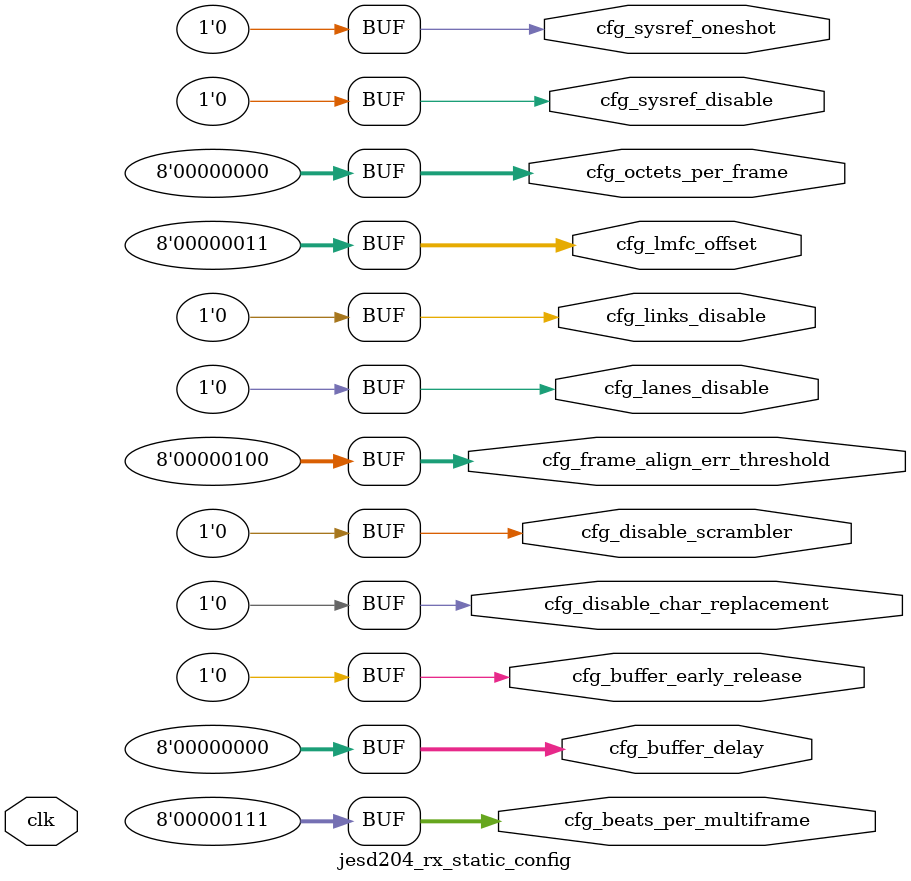
<source format=v>
module jesd204_rx_static_config(	// file.cleaned.mlir:2:3
  input        clk,	// file.cleaned.mlir:2:42
  output       cfg_lanes_disable,	// file.cleaned.mlir:2:57
               cfg_links_disable,	// file.cleaned.mlir:2:85
  output [7:0] cfg_beats_per_multiframe,	// file.cleaned.mlir:2:113
               cfg_octets_per_frame,	// file.cleaned.mlir:2:148
               cfg_lmfc_offset,	// file.cleaned.mlir:2:179
  output       cfg_sysref_oneshot,	// file.cleaned.mlir:2:205
               cfg_sysref_disable,	// file.cleaned.mlir:2:234
  output [7:0] cfg_buffer_delay,	// file.cleaned.mlir:2:263
  output       cfg_buffer_early_release,	// file.cleaned.mlir:2:290
               cfg_disable_scrambler,	// file.cleaned.mlir:2:325
               cfg_disable_char_replacement,	// file.cleaned.mlir:2:357
  output [7:0] cfg_frame_align_err_threshold	// file.cleaned.mlir:2:396
);

  assign cfg_lanes_disable = 1'h0;	// file.cleaned.mlir:4:14, :8:5
  assign cfg_links_disable = 1'h0;	// file.cleaned.mlir:4:14, :8:5
  assign cfg_beats_per_multiframe = 8'h7;	// file.cleaned.mlir:5:14, :8:5
  assign cfg_octets_per_frame = 8'h0;	// file.cleaned.mlir:6:14, :8:5
  assign cfg_lmfc_offset = 8'h3;	// file.cleaned.mlir:7:14, :8:5
  assign cfg_sysref_oneshot = 1'h0;	// file.cleaned.mlir:4:14, :8:5
  assign cfg_sysref_disable = 1'h0;	// file.cleaned.mlir:4:14, :8:5
  assign cfg_buffer_delay = 8'h0;	// file.cleaned.mlir:6:14, :8:5
  assign cfg_buffer_early_release = 1'h0;	// file.cleaned.mlir:4:14, :8:5
  assign cfg_disable_scrambler = 1'h0;	// file.cleaned.mlir:4:14, :8:5
  assign cfg_disable_char_replacement = 1'h0;	// file.cleaned.mlir:4:14, :8:5
  assign cfg_frame_align_err_threshold = 8'h4;	// file.cleaned.mlir:3:14, :8:5
endmodule


</source>
